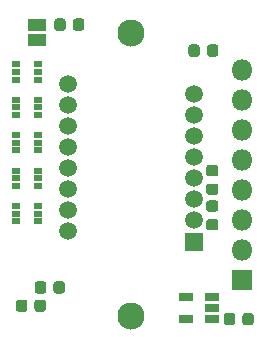
<source format=gbr>
%TF.GenerationSoftware,KiCad,Pcbnew,(5.1.6)-1*%
%TF.CreationDate,2020-10-04T19:05:28+08:00*%
%TF.ProjectId,Ogen,4f67656e-2e6b-4696-9361-645f70636258,rev?*%
%TF.SameCoordinates,Original*%
%TF.FileFunction,Soldermask,Top*%
%TF.FilePolarity,Negative*%
%FSLAX46Y46*%
G04 Gerber Fmt 4.6, Leading zero omitted, Abs format (unit mm)*
G04 Created by KiCad (PCBNEW (5.1.6)-1) date 2020-10-04 19:05:28*
%MOMM*%
%LPD*%
G01*
G04 APERTURE LIST*
%ADD10C,2.300000*%
%ADD11O,1.800000X1.800000*%
%ADD12R,1.800000X1.800000*%
%ADD13R,0.750000X0.500000*%
%ADD14C,1.500000*%
%ADD15R,1.500000X1.500000*%
%ADD16R,1.160000X0.750000*%
%ADD17R,1.600000X1.100000*%
G04 APERTURE END LIST*
D10*
%TO.C,REF\u002A\u002A*%
X35000001Y-41999998D03*
%TD*%
%TO.C,REF\u002A\u002A*%
X34999999Y-18000002D03*
%TD*%
D11*
%TO.C,J1*%
X44450000Y-21110000D03*
X44450000Y-23650000D03*
X44450000Y-26190000D03*
X44450000Y-28730000D03*
X44450000Y-31270000D03*
X44450000Y-33810000D03*
X44450000Y-36350000D03*
D12*
X44450000Y-38890000D03*
%TD*%
%TO.C,R2*%
G36*
G01*
X30100001Y-17581252D02*
X30100001Y-17018752D01*
G75*
G02*
X30343751Y-16775002I243750J0D01*
G01*
X30831251Y-16775002D01*
G75*
G02*
X31075001Y-17018752I0J-243750D01*
G01*
X31075001Y-17581252D01*
G75*
G02*
X30831251Y-17825002I-243750J0D01*
G01*
X30343751Y-17825002D01*
G75*
G02*
X30100001Y-17581252I0J243750D01*
G01*
G37*
G36*
G01*
X28525001Y-17581252D02*
X28525001Y-17018752D01*
G75*
G02*
X28768751Y-16775002I243750J0D01*
G01*
X29256251Y-16775002D01*
G75*
G02*
X29500001Y-17018752I0J-243750D01*
G01*
X29500001Y-17581252D01*
G75*
G02*
X29256251Y-17825002I-243750J0D01*
G01*
X28768751Y-17825002D01*
G75*
G02*
X28525001Y-17581252I0J243750D01*
G01*
G37*
%TD*%
D13*
%TO.C,U3*%
X25250001Y-32650002D03*
X25250001Y-33950002D03*
X27150001Y-33300002D03*
X25250001Y-33300002D03*
X27150001Y-33950002D03*
X27150001Y-32650002D03*
%TD*%
D14*
%TO.C,U2*%
X29650000Y-22310000D03*
D15*
X40350000Y-35660000D03*
D14*
X29650000Y-24090000D03*
X40350000Y-33880000D03*
X29650000Y-25870000D03*
X40350000Y-32100000D03*
X29650000Y-27650000D03*
X40350000Y-30320000D03*
X29650000Y-29430000D03*
X40350000Y-28540000D03*
X29650000Y-31210000D03*
X40350000Y-26760000D03*
X29650000Y-32990000D03*
X40350000Y-24980000D03*
X29650000Y-34770000D03*
X40350000Y-23200000D03*
%TD*%
%TO.C,R3*%
G36*
G01*
X28449997Y-39831252D02*
X28449997Y-39268752D01*
G75*
G02*
X28693747Y-39025002I243750J0D01*
G01*
X29181247Y-39025002D01*
G75*
G02*
X29424997Y-39268752I0J-243750D01*
G01*
X29424997Y-39831252D01*
G75*
G02*
X29181247Y-40075002I-243750J0D01*
G01*
X28693747Y-40075002D01*
G75*
G02*
X28449997Y-39831252I0J243750D01*
G01*
G37*
G36*
G01*
X26874997Y-39831252D02*
X26874997Y-39268752D01*
G75*
G02*
X27118747Y-39025002I243750J0D01*
G01*
X27606247Y-39025002D01*
G75*
G02*
X27849997Y-39268752I0J-243750D01*
G01*
X27849997Y-39831252D01*
G75*
G02*
X27606247Y-40075002I-243750J0D01*
G01*
X27118747Y-40075002D01*
G75*
G02*
X26874997Y-39831252I0J243750D01*
G01*
G37*
%TD*%
D16*
%TO.C,U1*%
X39650000Y-42250001D03*
X39650000Y-40350001D03*
X41850000Y-40350001D03*
X41850000Y-41300001D03*
X41850000Y-42250001D03*
%TD*%
D13*
%TO.C,U7*%
X25250000Y-20650000D03*
X25250000Y-21950000D03*
X27150000Y-21300000D03*
X25250000Y-21300000D03*
X27150000Y-21950000D03*
X27150000Y-20650000D03*
%TD*%
%TO.C,U6*%
X25249999Y-23650000D03*
X25249999Y-24950000D03*
X27149999Y-24300000D03*
X25249999Y-24300000D03*
X27149999Y-24950000D03*
X27149999Y-23650000D03*
%TD*%
%TO.C,U5*%
X25250000Y-26650000D03*
X25250000Y-27950000D03*
X27150000Y-27300000D03*
X25250000Y-27300000D03*
X27150000Y-27950000D03*
X27150000Y-26650000D03*
%TD*%
%TO.C,U4*%
X25250001Y-29649999D03*
X25250001Y-30949999D03*
X27150001Y-30299999D03*
X25250001Y-30299999D03*
X27150001Y-30949999D03*
X27150001Y-29649999D03*
%TD*%
%TO.C,R1*%
G36*
G01*
X42424999Y-19218750D02*
X42424999Y-19781250D01*
G75*
G02*
X42181249Y-20025000I-243750J0D01*
G01*
X41693749Y-20025000D01*
G75*
G02*
X41449999Y-19781250I0J243750D01*
G01*
X41449999Y-19218750D01*
G75*
G02*
X41693749Y-18975000I243750J0D01*
G01*
X42181249Y-18975000D01*
G75*
G02*
X42424999Y-19218750I0J-243750D01*
G01*
G37*
G36*
G01*
X40849999Y-19218750D02*
X40849999Y-19781250D01*
G75*
G02*
X40606249Y-20025000I-243750J0D01*
G01*
X40118749Y-20025000D01*
G75*
G02*
X39874999Y-19781250I0J243750D01*
G01*
X39874999Y-19218750D01*
G75*
G02*
X40118749Y-18975000I243750J0D01*
G01*
X40606249Y-18975000D01*
G75*
G02*
X40849999Y-19218750I0J-243750D01*
G01*
G37*
%TD*%
D17*
%TO.C,JP1*%
X27099999Y-17300001D03*
X27099999Y-18600001D03*
%TD*%
%TO.C,C4*%
G36*
G01*
X27825000Y-40818750D02*
X27825000Y-41381250D01*
G75*
G02*
X27581250Y-41625000I-243750J0D01*
G01*
X27093750Y-41625000D01*
G75*
G02*
X26850000Y-41381250I0J243750D01*
G01*
X26850000Y-40818750D01*
G75*
G02*
X27093750Y-40575000I243750J0D01*
G01*
X27581250Y-40575000D01*
G75*
G02*
X27825000Y-40818750I0J-243750D01*
G01*
G37*
G36*
G01*
X26250000Y-40818750D02*
X26250000Y-41381250D01*
G75*
G02*
X26006250Y-41625000I-243750J0D01*
G01*
X25518750Y-41625000D01*
G75*
G02*
X25275000Y-41381250I0J243750D01*
G01*
X25275000Y-40818750D01*
G75*
G02*
X25518750Y-40575000I243750J0D01*
G01*
X26006250Y-40575000D01*
G75*
G02*
X26250000Y-40818750I0J-243750D01*
G01*
G37*
%TD*%
%TO.C,C3*%
G36*
G01*
X42875001Y-42518751D02*
X42875001Y-41956251D01*
G75*
G02*
X43118751Y-41712501I243750J0D01*
G01*
X43606251Y-41712501D01*
G75*
G02*
X43850001Y-41956251I0J-243750D01*
G01*
X43850001Y-42518751D01*
G75*
G02*
X43606251Y-42762501I-243750J0D01*
G01*
X43118751Y-42762501D01*
G75*
G02*
X42875001Y-42518751I0J243750D01*
G01*
G37*
G36*
G01*
X44450001Y-42518751D02*
X44450001Y-41956251D01*
G75*
G02*
X44693751Y-41712501I243750J0D01*
G01*
X45181251Y-41712501D01*
G75*
G02*
X45425001Y-41956251I0J-243750D01*
G01*
X45425001Y-42518751D01*
G75*
G02*
X45181251Y-42762501I-243750J0D01*
G01*
X44693751Y-42762501D01*
G75*
G02*
X44450001Y-42518751I0J243750D01*
G01*
G37*
%TD*%
%TO.C,C2*%
G36*
G01*
X41618749Y-33750002D02*
X42181249Y-33750002D01*
G75*
G02*
X42424999Y-33993752I0J-243750D01*
G01*
X42424999Y-34481252D01*
G75*
G02*
X42181249Y-34725002I-243750J0D01*
G01*
X41618749Y-34725002D01*
G75*
G02*
X41374999Y-34481252I0J243750D01*
G01*
X41374999Y-33993752D01*
G75*
G02*
X41618749Y-33750002I243750J0D01*
G01*
G37*
G36*
G01*
X41618749Y-32175002D02*
X42181249Y-32175002D01*
G75*
G02*
X42424999Y-32418752I0J-243750D01*
G01*
X42424999Y-32906252D01*
G75*
G02*
X42181249Y-33150002I-243750J0D01*
G01*
X41618749Y-33150002D01*
G75*
G02*
X41374999Y-32906252I0J243750D01*
G01*
X41374999Y-32418752D01*
G75*
G02*
X41618749Y-32175002I243750J0D01*
G01*
G37*
%TD*%
%TO.C,C1*%
G36*
G01*
X42181249Y-30149999D02*
X41618749Y-30149999D01*
G75*
G02*
X41374999Y-29906249I0J243750D01*
G01*
X41374999Y-29418749D01*
G75*
G02*
X41618749Y-29174999I243750J0D01*
G01*
X42181249Y-29174999D01*
G75*
G02*
X42424999Y-29418749I0J-243750D01*
G01*
X42424999Y-29906249D01*
G75*
G02*
X42181249Y-30149999I-243750J0D01*
G01*
G37*
G36*
G01*
X42181249Y-31724999D02*
X41618749Y-31724999D01*
G75*
G02*
X41374999Y-31481249I0J243750D01*
G01*
X41374999Y-30993749D01*
G75*
G02*
X41618749Y-30749999I243750J0D01*
G01*
X42181249Y-30749999D01*
G75*
G02*
X42424999Y-30993749I0J-243750D01*
G01*
X42424999Y-31481249D01*
G75*
G02*
X42181249Y-31724999I-243750J0D01*
G01*
G37*
%TD*%
M02*

</source>
